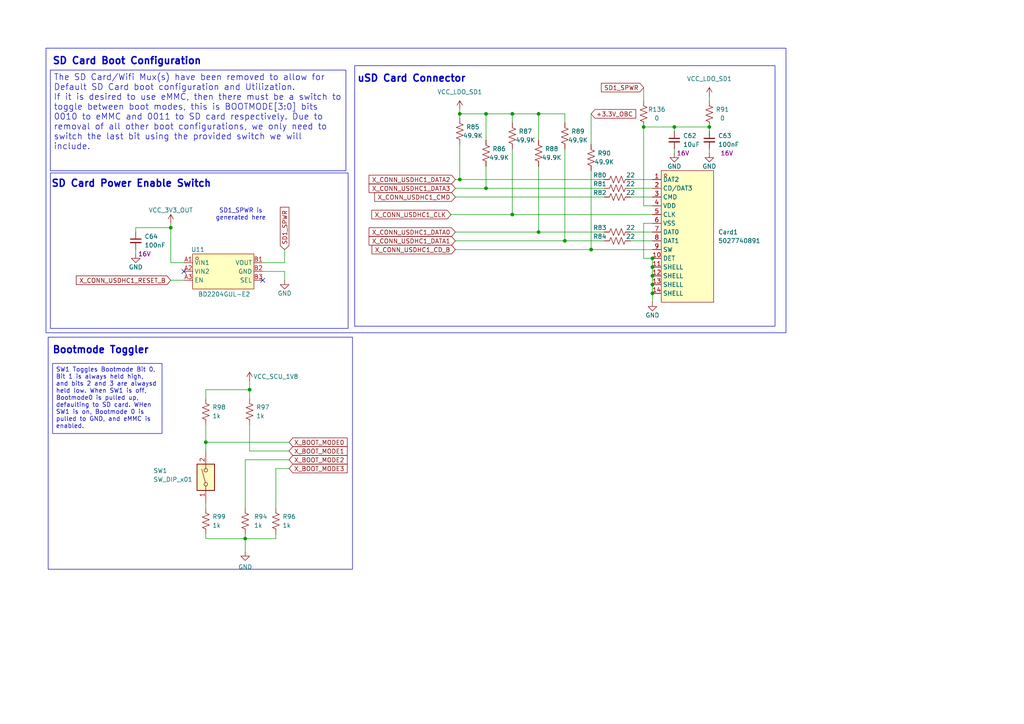
<source format=kicad_sch>
(kicad_sch (version 20250114) (generator "eeschema") (generator_version "9.0")
  (paper "A4")
  (lib_symbols
    (symbol "Device:C_Small" (pin_numbers (hide yes)) (pin_names (offset 0.254) (hide yes))
      (property "Reference" "C" (at 0.254 1.778 0))
      (property "Value" "C_Small" (at 0.254 -2.032 0))
      (symbol "C_Small_0_1"
        (polyline (pts (xy -1.524 0.508) (xy 1.524 0.508)) (stroke (width 0.3048)))
        (polyline (pts (xy -1.524 -0.508) (xy 1.524 -0.508)) (stroke (width 0.3302)))
      )
      (symbol "C_Small_1_1"
        (pin passive line (at 0 2.54 270) (length 2.032) (name "~") (number "1"))
        (pin passive line (at 0 -2.54 90) (length 2.032) (name "~") (number "2"))
      )
    )
    (symbol "Device:R_US" (pin_numbers (hide yes)) (pin_names (offset 0))
      (property "Reference" "R" (at 2.54 0 90))
      (property "Value" "R_US" (at -2.54 0 90))
      (symbol "R_US_0_1"
        (polyline (pts (xy 0 2.286) (xy 0 2.54)))
        (polyline (pts (xy 0 2.286) (xy 1.016 1.905) (xy 0 1.524) (xy -1.016 1.143) (xy 0 0.762)))
        (polyline (pts (xy 0 0.762) (xy 1.016 0.381) (xy 0 0) (xy -1.016 -0.381) (xy 0 -0.762)))
        (polyline (pts (xy 0 -0.762) (xy 1.016 -1.143) (xy 0 -1.524) (xy -1.016 -1.905) (xy 0 -2.286)))
        (polyline (pts (xy 0 -2.286) (xy 0 -2.54)))
      )
      (symbol "R_US_1_1"
        (pin passive line (at 0 3.81 270) (length 1.27) (name "~") (number "1"))
        (pin passive line (at 0 -3.81 90) (length 1.27) (name "~") (number "2"))
      )
    )
    (symbol "Switch:SW_DIP_x01" (pin_names (offset 0) (hide yes))
      (property "Reference" "SW" (at 0 3.81 0))
      (property "Value" "SW_DIP_x01" (at 0 -3.81 0))
      (symbol "SW_DIP_x01_0_0"
        (circle (center -2.032 0) (radius 0.508))
        (polyline (pts (xy -1.524 0.127) (xy 2.3622 1.1684)))
        (circle (center 2.032 0) (radius 0.508))
      )
      (symbol "SW_DIP_x01_0_1"
        (rectangle (start -3.81 2.54) (end 3.81 -2.54) (stroke (width 0.254)) (fill (type background)))
      )
      (symbol "SW_DIP_x01_1_1"
        (pin passive line (at -7.62 0 0) (length 5.08) (name "~") (number "1"))
        (pin passive line (at 7.62 0 180) (length 5.08) (name "~") (number "2"))
      )
    )
    (symbol "imx8_carrier_board_symbol_library:5027740891"
      (property "Reference" "Card" (at 0 21.59 0))
      (property "Value" "5027740891" (at 0 -21.59 0))
      (symbol "5027740891_0_1"
        (rectangle (start -7.62 19.05) (end 7.62 -19.05) (fill (type background)))
        (circle (center -6.35 17.78) (radius 0.38))
        (pin unspecified line (at -10.16 16.51 0) (length 2.54) (name "DAT2") (number "1"))
        (pin unspecified line (at -10.16 13.97 0) (length 2.54) (name "CD/DAT3") (number "2"))
        (pin unspecified line (at -10.16 11.43 0) (length 2.54) (name "CMD") (number "3"))
        (pin unspecified line (at -10.16 8.89 0) (length 2.54) (name "VDD") (number "4"))
        (pin unspecified line (at -10.16 6.35 0) (length 2.54) (name "CLK") (number "5"))
        (pin unspecified line (at -10.16 3.81 0) (length 2.54) (name "VSS") (number "6"))
        (pin unspecified line (at -10.16 1.27 0) (length 2.54) (name "DAT0") (number "7"))
        (pin unspecified line (at -10.16 -1.27 0) (length 2.54) (name "DAT1") (number "8"))
        (pin unspecified line (at -10.16 -3.81 0) (length 2.54) (name "SW") (number "9"))
        (pin unspecified line (at -10.16 -6.35 0) (length 2.54) (name "DET") (number "10"))
        (pin unspecified line (at -10.16 -8.89 0) (length 2.54) (name "SHELL") (number "11"))
        (pin unspecified line (at -10.16 -11.43 0) (length 2.54) (name "SHELL") (number "12"))
        (pin unspecified line (at -10.16 -13.97 0) (length 2.54) (name "SHELL") (number "13"))
        (pin unspecified line (at -10.16 -16.51 0) (length 2.54) (name "SHELL") (number "14"))
      )
    )
    (symbol "imx8_carrier_board_symbol_library:BD2204GUL-E2"
      (property "Reference" "U" (at 0 7.62 0))
      (property "Value" "BD2204GUL-E2" (at 0 -7.62 0))
      (symbol "BD2204GUL-E2_0_1"
        (rectangle (start -8.89 5.08) (end 8.89 -5.08) (fill (type background)))
        (circle (center -7.62 3.81) (radius 0.38))
        (pin unspecified line (at -11.43 2.54 0) (length 2.54) (name "VIN1") (number "A1"))
        (pin unspecified line (at -11.43 0 0) (length 2.54) (name "VIN2") (number "A2"))
        (pin unspecified line (at -11.43 -2.54 0) (length 2.54) (name "EN") (number "A3"))
        (pin unspecified line (at 11.43 2.54 180) (length 2.54) (name "VOUT") (number "B1"))
        (pin unspecified line (at 11.43 0 180) (length 2.54) (name "GND") (number "B2"))
        (pin unspecified line (at 11.43 -2.54 180) (length 2.54) (name "SEL") (number "B3"))
      )
    )
    (symbol "imx8_carrier_board_symbol_library:VCC_3V3_OUT" (power) (pin_numbers (hide yes)) (pin_names (offset 0) (hide yes))
      (property "Value" "VCC_3V3_OUT" (at 0 3.556 0))
      (symbol "VCC_3V3_OUT_0_1"
        (polyline (pts (xy -0.762 1.27) (xy 0 2.54)))
        (polyline (pts (xy 0 2.54) (xy 0.762 1.27)))
        (polyline (pts (xy 0 0) (xy 0 2.54)))
      )
      (symbol "VCC_3V3_OUT_1_1"
        (pin power_in line (at 0 0 90) (length 0) (name "~") (number "1"))
      )
    )
    (symbol "imx8_carrier_board_symbol_library:VCC_LDO_SD1" (power) (pin_numbers (hide yes)) (pin_names (offset 0) (hide yes))
      (property "Value" "VCC_LDO_SD1" (at 0 3.556 0))
      (symbol "VCC_LDO_SD1_0_1"
        (polyline (pts (xy -0.762 1.27) (xy 0 2.54)))
        (polyline (pts (xy 0 2.54) (xy 0.762 1.27)))
        (polyline (pts (xy 0 0) (xy 0 2.54)))
      )
      (symbol "VCC_LDO_SD1_1_1"
        (pin power_in line (at 0 0 90) (length 0) (name "~") (number "1"))
      )
    )
    (symbol "power:GND" (power) (pin_numbers (hide yes)) (pin_names (offset 0) (hide yes))
      (property "Value" "GND" (at 0 -3.81 0))
      (symbol "GND_0_1"
        (polyline (pts (xy 0 0) (xy 0 -1.27) (xy 1.27 -1.27) (xy 0 -2.54) (xy -1.27 -1.27) (xy 0 -1.27)))
      )
      (symbol "GND_1_1"
        (pin power_in line (at 0 0 270) (length 0) (name "~") (number "1"))
      )
    )
    (symbol "power:VCC" (power) (pin_numbers (hide yes)) (pin_names (offset 0) (hide yes))
      (property "Value" "VCC" (at 0 3.556 0))
      (symbol "VCC_0_1"
        (polyline (pts (xy -0.762 1.27) (xy 0 2.54)))
        (polyline (pts (xy 0 2.54) (xy 0.762 1.27)))
        (polyline (pts (xy 0 0) (xy 0 2.54)))
      )
      (symbol "VCC_1_1"
        (pin power_in line (at 0 0 90) (length 0) (name "~") (number "1"))
      )
    )
  )
  (rectangle (start 13.335 13.97) (end 227.965 96.52))
  (rectangle (start 102.87 19.05) (end 224.79 94.615))
  (rectangle (start 13.97 97.79) (end 102.235 165.1))
  (rectangle (start 14.605 50.165) (end 100.965 95.25))
  (text "SD Card Boot Configuration" (at 36.83 17.78 0) (effects (font (size 2.032 2.032) (thickness 0.4064) (bold yes))))
  (text "SD Card Power Enable Switch" (at 38.1 53.34 0) (effects (font (size 2.032 2.032) (thickness 0.4064) (bold yes))))
  (text "uSD Card Connector\n" (at 119.38 22.86 0) (effects (font (size 2.032 2.032) (thickness 0.4064) (bold yes))))
  (text "Bootmode Toggler" (at 29.21 101.6 0) (effects (font (size 2.032 2.032) (thickness 0.4064) (bold yes))))
  (text "SD1_SPWR is\ngenerated here" (at 69.85 62.23 0) (effects (font (size 1.27 1.27))))
  (text_box "The SD Card/Wifi Mux(s) have been removed to allow for Default SD Card boot configuration and Utilization.\nIf it is desired to use eMMC, then there must be a switch to toggle between boot modes, this is BOOTMODE[3:0] bits 0010 to eMMC and 0011 to SD card respectively. Due to removal of all other boot configurations, we only need to switch the last bit using the provided switch we will include." (at 14.605 20.32 0) (size 85.725 29.21) (margins 0.9525 0.9525 0.9525 0.9525) (effects (font (size 1.778 1.778)) (justify left top)))
  (text_box "SW1 Toggles Bootmode Bit 0, Bit 1 is always held high, and bits 2 and 3 are alwaysd held low. When SW1 is off, Bootmode0 is pulled up, defaulting to SD card. WHen SW1 is on, Bootmode 0 is pulled to GND, and eMMC is enabled." (at 15.24 105.41 0) (size 31.75 20.32) (margins 0.9525 0.9525 0.9525 0.9525) (effects (font (size 1.27 1.27)) (justify left top)))
  (junction (at 189.23 77.47))
  (junction (at 148.59 33.02))
  (junction (at 156.21 33.02))
  (junction (at 205.74 36.83))
  (junction (at 59.69 128.27))
  (junction (at 189.23 74.93))
  (junction (at 133.35 52.07))
  (junction (at 148.59 62.23))
  (junction (at 186.69 36.83))
  (junction (at 140.97 33.02))
  (junction (at 163.83 69.85))
  (junction (at 189.23 85.09))
  (junction (at 156.21 67.31))
  (junction (at 140.97 54.61))
  (junction (at 72.39 113.03))
  (junction (at 189.23 80.01))
  (junction (at 195.58 36.83))
  (junction (at 133.35 33.02))
  (junction (at 189.23 82.55))
  (junction (at 171.45 72.39))
  (junction (at 71.12 156.21))
  (junction (at 49.53 66.04))
  (no_connect (at 53.34 78.74))
  (no_connect (at 76.2 81.28))
  (wire (pts (xy 171.45 49.53) (xy 171.45 72.39)))
  (wire (pts (xy 156.21 48.26) (xy 156.21 67.31)))
  (wire (pts (xy 71.12 133.35) (xy 83.82 133.35)))
  (wire (pts (xy 163.83 69.85) (xy 175.26 69.85)))
  (wire (pts (xy 205.74 36.83) (xy 195.58 36.83)))
  (wire (pts (xy 71.12 156.21) (xy 71.12 154.94)))
  (wire (pts (xy 186.69 59.69) (xy 189.23 59.69)))
  (wire (pts (xy 163.83 33.02) (xy 156.21 33.02)))
  (wire (pts (xy 148.59 35.56) (xy 148.59 33.02)))
  (wire (pts (xy 82.55 76.2) (xy 82.55 72.39)))
  (wire (pts (xy 163.83 43.18) (xy 163.83 69.85)))
  (wire (pts (xy 59.69 115.57) (xy 59.69 113.03)))
  (wire (pts (xy 72.39 130.81) (xy 83.82 130.81)))
  (wire (pts (xy 189.23 82.55) (xy 189.23 85.09)))
  (wire (pts (xy 186.69 25.4) (xy 186.69 29.21)))
  (wire (pts (xy 189.23 85.09) (xy 189.23 87.63)))
  (wire (pts (xy 59.69 128.27) (xy 83.82 128.27)))
  (wire (pts (xy 156.21 40.64) (xy 156.21 33.02)))
  (wire (pts (xy 189.23 80.01) (xy 189.23 82.55)))
  (wire (pts (xy 186.69 36.83) (xy 186.69 59.69)))
  (wire (pts (xy 148.59 62.23) (xy 189.23 62.23)))
  (wire (pts (xy 53.34 76.2) (xy 49.53 76.2)))
  (wire (pts (xy 132.08 67.31) (xy 156.21 67.31)))
  (wire (pts (xy 182.88 54.61) (xy 189.23 54.61)))
  (wire (pts (xy 186.69 64.77) (xy 186.69 74.93)))
  (wire (pts (xy 140.97 48.26) (xy 140.97 54.61)))
  (wire (pts (xy 132.08 52.07) (xy 133.35 52.07)))
  (wire (pts (xy 130.81 62.23) (xy 148.59 62.23)))
  (wire (pts (xy 186.69 74.93) (xy 189.23 74.93)))
  (wire (pts (xy 195.58 38.1) (xy 195.58 36.83)))
  (wire (pts (xy 39.37 67.31) (xy 39.37 66.04)))
  (wire (pts (xy 82.55 78.74) (xy 82.55 81.28)))
  (wire (pts (xy 80.01 135.89) (xy 80.01 147.32)))
  (wire (pts (xy 76.2 76.2) (xy 82.55 76.2)))
  (wire (pts (xy 156.21 67.31) (xy 175.26 67.31)))
  (wire (pts (xy 156.21 33.02) (xy 148.59 33.02)))
  (wire (pts (xy 182.88 67.31) (xy 189.23 67.31)))
  (wire (pts (xy 140.97 40.64) (xy 140.97 33.02)))
  (wire (pts (xy 205.74 29.21) (xy 205.74 27.94)))
  (wire (pts (xy 49.53 64.77) (xy 49.53 66.04)))
  (wire (pts (xy 133.35 52.07) (xy 175.26 52.07)))
  (wire (pts (xy 195.58 36.83) (xy 186.69 36.83)))
  (wire (pts (xy 182.88 69.85) (xy 189.23 69.85)))
  (wire (pts (xy 39.37 66.04) (xy 49.53 66.04)))
  (wire (pts (xy 182.88 57.15) (xy 189.23 57.15)))
  (wire (pts (xy 72.39 110.49) (xy 72.39 113.03)))
  (wire (pts (xy 59.69 156.21) (xy 59.69 154.94)))
  (wire (pts (xy 189.23 74.93) (xy 189.23 77.47)))
  (wire (pts (xy 205.74 43.18) (xy 205.74 44.45)))
  (wire (pts (xy 49.53 76.2) (xy 49.53 66.04)))
  (wire (pts (xy 72.39 123.19) (xy 72.39 130.81)))
  (wire (pts (xy 133.35 33.02) (xy 140.97 33.02)))
  (wire (pts (xy 39.37 72.39) (xy 39.37 73.66)))
  (wire (pts (xy 133.35 31.75) (xy 133.35 33.02)))
  (wire (pts (xy 76.2 78.74) (xy 82.55 78.74)))
  (wire (pts (xy 71.12 156.21) (xy 80.01 156.21)))
  (wire (pts (xy 132.08 69.85) (xy 163.83 69.85)))
  (wire (pts (xy 140.97 54.61) (xy 175.26 54.61)))
  (wire (pts (xy 132.08 57.15) (xy 175.26 57.15)))
  (wire (pts (xy 171.45 33.02) (xy 171.45 41.91)))
  (wire (pts (xy 205.74 38.1) (xy 205.74 36.83)))
  (wire (pts (xy 72.39 113.03) (xy 72.39 115.57)))
  (wire (pts (xy 189.23 64.77) (xy 186.69 64.77)))
  (wire (pts (xy 49.53 81.28) (xy 53.34 81.28)))
  (wire (pts (xy 132.08 54.61) (xy 140.97 54.61)))
  (wire (pts (xy 189.23 77.47) (xy 189.23 80.01)))
  (wire (pts (xy 148.59 33.02) (xy 140.97 33.02)))
  (wire (pts (xy 148.59 43.18) (xy 148.59 62.23)))
  (wire (pts (xy 132.08 72.39) (xy 171.45 72.39)))
  (wire (pts (xy 71.12 133.35) (xy 71.12 147.32)))
  (wire (pts (xy 80.01 156.21) (xy 80.01 154.94)))
  (wire (pts (xy 133.35 41.91) (xy 133.35 52.07)))
  (wire (pts (xy 59.69 113.03) (xy 72.39 113.03)))
  (wire (pts (xy 59.69 146.05) (xy 59.69 147.32)))
  (wire (pts (xy 59.69 128.27) (xy 59.69 123.19)))
  (wire (pts (xy 80.01 135.89) (xy 83.82 135.89)))
  (wire (pts (xy 195.58 43.18) (xy 195.58 44.45)))
  (wire (pts (xy 59.69 156.21) (xy 71.12 156.21)))
  (wire (pts (xy 163.83 35.56) (xy 163.83 33.02)))
  (wire (pts (xy 133.35 33.02) (xy 133.35 34.29)))
  (wire (pts (xy 71.12 160.02) (xy 71.12 156.21)))
  (wire (pts (xy 182.88 52.07) (xy 189.23 52.07)))
  (wire (pts (xy 59.69 130.81) (xy 59.69 128.27)))
  (wire (pts (xy 171.45 72.39) (xy 189.23 72.39)))
  (global_label "+3.3V_OBC" (shape input) (at 171.45 33.02 0) (property "Intersheetrefs" "${INTERSHEET_REFS}" (effects (hide yes))))
  (global_label "X_CONN_USDHC1_DATA2" (shape input) (at 132.08 52.07 180) (property "Intersheetrefs" "${INTERSHEET_REFS}" (effects (hide yes))))
  (global_label "X_CONN_USDHC1_DATA3" (shape input) (at 132.08 54.61 180) (property "Intersheetrefs" "${INTERSHEET_REFS}" (effects (hide yes))))
  (global_label "X_CONN_USDHC1_DATA1" (shape input) (at 132.08 69.85 180) (property "Intersheetrefs" "${INTERSHEET_REFS}" (effects (hide yes))))
  (global_label "X_CONN_USDHC1_RESET_B" (shape input) (at 49.53 81.28 180) (effects (font (thickness 0.1588))) (property "Intersheetrefs" "${INTERSHEET_REFS}" (effects (hide yes))))
  (global_label "X_CONN_USDHC1_CD_B" (shape input) (at 132.08 72.39 180) (effects (font (thickness 0.1588))) (property "Intersheetrefs" "${INTERSHEET_REFS}" (effects (hide yes))))
  (global_label "X_CONN_USDHC1_CMD" (shape input) (at 132.08 57.15 180) (property "Intersheetrefs" "${INTERSHEET_REFS}" (effects (hide yes))))
  (global_label "X_BOOT_MODE2" (shape input) (at 83.82 133.35 0) (property "Intersheetrefs" "${INTERSHEET_REFS}" (effects (hide yes))))
  (global_label "X_BOOT_MODE0" (shape input) (at 83.82 128.27 0) (property "Intersheetrefs" "${INTERSHEET_REFS}" (effects (hide yes))))
  (global_label "SD1_SPWR" (shape input) (at 82.55 72.39 90) (property "Intersheetrefs" "${INTERSHEET_REFS}" (effects (hide yes))))
  (global_label "SD1_SPWR" (shape input) (at 186.69 25.4 180) (property "Intersheetrefs" "${INTERSHEET_REFS}" (effects (hide yes))))
  (global_label "X_CONN_USDHC1_DATA0" (shape input) (at 132.08 67.31 180) (property "Intersheetrefs" "${INTERSHEET_REFS}" (effects (hide yes))))
  (global_label "X_BOOT_MODE1" (shape input) (at 83.82 130.81 0) (property "Intersheetrefs" "${INTERSHEET_REFS}" (effects (hide yes))))
  (global_label "X_BOOT_MODE3" (shape input) (at 83.82 135.89 0) (property "Intersheetrefs" "${INTERSHEET_REFS}" (effects (hide yes))))
  (global_label "X_CONN_USDHC1_CLK" (shape input) (at 130.81 62.23 180) (property "Intersheetrefs" "${INTERSHEET_REFS}" (effects (hide yes))))
  (symbol (lib_id "power:GND") (at 82.55 81.28 0) (unit 1)
    (property "Reference" "#PWR118" (effects (hide yes)))
    (property "Value" "GND" (at 82.55 85.09 0))
    (property "Description" "Power symbol creates a global label with name \"GND\" , ground" (effects (hide yes)))
  )
  (symbol (lib_id "Device:R_US") (at 72.39 119.38 0) (unit 1)
    (property "Reference" "R97" (at 74.295 118.1099 0) (effects (justify left)))
    (property "Value" "1k" (at 74.295 120.6499 0) (effects (justify left)))
    (property "Footprint" "Resistor_SMD:R_0402_1005Metric" (effects (hide yes)))
    (property "Description" "Resistor, US symbol" (effects (hide yes)))
  )
  (symbol (lib_id "imx8_carrier_board_symbol_library:5027740891") (at 199.39 68.58 0) (unit 1)
    (property "Reference" "Card1" (at 208.28 67.3099 0) (effects (justify left)))
    (property "Value" "5027740891" (at 208.28 69.8499 0) (effects (justify left)))
    (property "Footprint" "imx8_carrier_board_footprints:TF-SMD_5027740891" (effects (hide yes)))
    (property "Datasheet" "https://lcsc.com/product-detail/SD-Card-Memory-Card-Connector_MOLEX-5027740891_C330255.html?s_z=n_TF-SMD_5027740891" (effects (hide yes)))
    (property "LCSC Part" "C330255" (effects (hide yes)))
  )
  (symbol (lib_id "Device:C_Small") (at 39.37 69.85 0) (unit 1)
    (property "Reference" "C64" (at 41.91 68.5863 0) (effects (justify left)))
    (property "Value" "100nF" (at 41.91 71.1263 0) (effects (justify left)))
    (property "Footprint" "Capacitor_SMD:C_0603_1608Metric" (effects (hide yes)))
    (property "Description" "Unpolarized capacitor, small symbol" (effects (hide yes)))
    (property "Voltage" "16V" (at 41.91 73.66 0))
  )
  (symbol (lib_id "power:GND") (at 39.37 73.66 0) (unit 1)
    (property "Reference" "#PWR116" (effects (hide yes)))
    (property "Value" "GND" (at 39.37 77.47 0))
    (property "Description" "Power symbol creates a global label with name \"GND\" , ground" (effects (hide yes)))
  )
  (symbol (lib_id "Device:R_US") (at 71.12 151.13 0) (unit 1)
    (property "Reference" "R94" (at 73.66 149.8599 0) (effects (justify left)))
    (property "Value" "1k" (at 73.66 152.3999 0) (effects (justify left)))
    (property "Footprint" "Resistor_SMD:R_0402_1005Metric" (effects (hide yes)))
    (property "Description" "Resistor, US symbol" (effects (hide yes)))
  )
  (symbol (lib_id "Device:R_US") (at 80.01 151.13 0) (unit 1)
    (property "Reference" "R96" (at 81.915 149.8599 0) (effects (justify left)))
    (property "Value" "1k" (at 81.915 152.3999 0) (effects (justify left)))
    (property "Footprint" "Resistor_SMD:R_0402_1005Metric" (effects (hide yes)))
    (property "Description" "Resistor, US symbol" (effects (hide yes)))
  )
  (symbol (lib_id "power:VCC") (at 72.39 110.49 0) (unit 1)
    (property "Reference" "#PWR147" (effects (hide yes)))
    (property "Value" "VCC_SCU_1V8" (at 80.01 109.22 0))
    (property "Description" "Power symbol creates a global label with name \"VCC\"" (effects (hide yes)))
  )
  (symbol (lib_id "imx8_carrier_board_symbol_library:VCC_3V3_OUT") (at 49.53 64.77 0) (unit 1)
    (property "Reference" "#PWR094" (effects (hide yes)))
    (property "Value" "VCC_3V3_OUT" (at 49.53 60.96 0))
    (property "Description" "Power symbol creates a global label with name \"VCC\"" (effects (hide yes)))
  )
  (symbol (lib_id "Device:R_US") (at 156.21 44.45 0) (unit 1)
    (property "Reference" "R88" (at 160.02 43.18 0))
    (property "Value" "49.9K" (at 160.02 45.72 0))
    (property "Footprint" "Resistor_SMD:R_0402_1005Metric" (effects (hide yes)))
    (property "Description" "Resistor, US symbol" (effects (hide yes)))
  )
  (symbol (lib_id "power:GND") (at 189.23 87.63 0) (unit 1)
    (property "Reference" "#PWR130" (effects (hide yes)))
    (property "Value" "GND" (at 189.23 91.44 0))
    (property "Description" "Power symbol creates a global label with name \"GND\" , ground" (effects (hide yes)))
  )
  (symbol (lib_id "Device:R_US") (at 179.07 52.07 270) (unit 1)
    (property "Reference" "R80" (at 173.99 50.8 90))
    (property "Value" "22" (at 182.88 50.8 90))
    (property "Footprint" "Resistor_SMD:R_0402_1005Metric" (effects (hide yes)))
    (property "Description" "Resistor, US symbol" (effects (hide yes)))
  )
  (symbol (lib_id "Switch:SW_DIP_x01") (at 59.69 138.43 90) (unit 1)
    (property "Reference" "SW1" (at 44.45 136.525 90) (effects (justify right)))
    (property "Value" "SW_DIP_x01" (at 44.45 139.065 90) (effects (justify right)))
    (property "Footprint" "imx8_carrier_board_footprints:SW-SMD_1.27-1P-TPPT" (effects (hide yes)))
    (property "Description" "1x DIP Switch, Single Pole Single Throw (SPST) switch, small symbol" (effects (hide yes)))
    (property "LCSC Part" "C7471372" (effects (hide yes)))
  )
  (symbol (lib_id "Device:R_US") (at 163.83 39.37 0) (unit 1)
    (property "Reference" "R89" (at 167.64 38.1 0))
    (property "Value" "49.9K" (at 167.64 40.64 0))
    (property "Footprint" "Resistor_SMD:R_0402_1005Metric" (effects (hide yes)))
    (property "Description" "Resistor, US symbol" (effects (hide yes)))
  )
  (symbol (lib_id "Device:C_Small") (at 205.74 40.64 0) (unit 1)
    (property "Reference" "C63" (at 208.28 39.3763 0) (effects (justify left)))
    (property "Value" "100nF" (at 208.28 41.9163 0) (effects (justify left)))
    (property "Footprint" "Capacitor_SMD:C_0603_1608Metric" (effects (hide yes)))
    (property "Description" "Unpolarized capacitor, small symbol" (effects (hide yes)))
    (property "Voltage" "16V" (at 210.82 44.45 0))
  )
  (symbol (lib_id "Device:R_US") (at 179.07 57.15 270) (unit 1)
    (property "Reference" "R82" (at 173.99 55.88 90))
    (property "Value" "22" (at 182.88 55.88 90))
    (property "Footprint" "Resistor_SMD:R_0402_1005Metric" (effects (hide yes)))
    (property "Description" "Resistor, US symbol" (effects (hide yes)))
  )
  (symbol (lib_id "Device:R_US") (at 179.07 67.31 270) (unit 1)
    (property "Reference" "R83" (at 173.99 66.04 90))
    (property "Value" "22" (at 182.88 66.04 90))
    (property "Footprint" "Resistor_SMD:R_0402_1005Metric" (effects (hide yes)))
    (property "Description" "Resistor, US symbol" (effects (hide yes)))
  )
  (symbol (lib_id "power:GND") (at 71.12 160.02 0) (unit 1)
    (property "Reference" "#PWR97" (effects (hide yes)))
    (property "Value" "GND" (at 71.12 164.465 0))
    (property "Description" "Power symbol creates a global label with name \"GND\" , ground" (effects (hide yes)))
  )
  (symbol (lib_id "power:GND") (at 205.74 44.45 0) (unit 1)
    (property "Reference" "#PWR112" (effects (hide yes)))
    (property "Value" "GND" (at 205.74 48.26 0))
    (property "Description" "Power symbol creates a global label with name \"GND\" , ground" (effects (hide yes)))
  )
  (symbol (lib_id "power:GND") (at 195.58 44.45 0) (unit 1)
    (property "Reference" "#PWR111" (effects (hide yes)))
    (property "Value" "GND" (at 195.58 48.26 0))
    (property "Description" "Power symbol creates a global label with name \"GND\" , ground" (effects (hide yes)))
  )
  (symbol (lib_id "Device:C_Small") (at 195.58 40.64 0) (unit 1)
    (property "Reference" "C62" (at 198.12 39.3763 0) (effects (justify left)))
    (property "Value" "10uF" (at 198.12 41.9163 0) (effects (justify left)))
    (property "Footprint" "Capacitor_SMD:C_0603_1608Metric" (effects (hide yes)))
    (property "Description" "Unpolarized capacitor, small symbol" (effects (hide yes)))
    (property "Voltage" "16V" (at 198.12 44.45 0))
  )
  (symbol (lib_id "Device:R_US") (at 171.45 45.72 0) (unit 1)
    (property "Reference" "R90" (at 175.26 44.45 0))
    (property "Value" "49.9K" (at 175.26 46.99 0))
    (property "Footprint" "Resistor_SMD:R_0402_1005Metric" (effects (hide yes)))
    (property "Description" "Resistor, US symbol" (effects (hide yes)))
  )
  (symbol (lib_id "Device:R_US") (at 148.59 39.37 0) (unit 1)
    (property "Reference" "R87" (at 152.4 38.1 0))
    (property "Value" "49.9K" (at 152.4 40.64 0))
    (property "Footprint" "Resistor_SMD:R_0402_1005Metric" (effects (hide yes)))
    (property "Description" "Resistor, US symbol" (effects (hide yes)))
  )
  (symbol (lib_id "Device:R_US") (at 179.07 69.85 270) (unit 1)
    (property "Reference" "R84" (at 173.99 68.58 90))
    (property "Value" "22" (at 182.88 68.58 90))
    (property "Footprint" "Resistor_SMD:R_0402_1005Metric" (effects (hide yes)))
    (property "Description" "Resistor, US symbol" (effects (hide yes)))
  )
  (symbol (lib_id "Device:R_US") (at 205.74 33.02 0) (unit 1)
    (property "Reference" "R91" (at 209.55 31.75 0))
    (property "Value" "0" (at 209.55 34.29 0))
    (property "Footprint" "Resistor_SMD:R_0402_1005Metric" (effects (hide yes)))
    (property "Description" "Resistor, US symbol" (effects (hide yes)))
  )
  (symbol (lib_id "imx8_carrier_board_symbol_library:BD2204GUL-E2") (at 64.77 78.74 0) (unit 1)
    (property "Reference" "U11" (at 57.404 72.39 0))
    (property "Value" "BD2204GUL-E2" (at 65.024 85.344 0))
    (property "Footprint" "imx8_carrier_board_footprints:BGA-6_L1.5-W1.0-P0.50_BD2204GUL-E2" (effects (hide yes)))
    (property "Datasheet" "https://lcsc.com/product-detail/Power-Distribution-Switches_ROHM-Semicon-BD2204GUL-E2_C314699.html?s_z=n_BD2204GUL-E2" (effects (hide yes)))
    (property "LCSC Part" "C314699" (effects (hide yes)))
  )
  (symbol (lib_id "Device:R_US") (at 179.07 54.61 270) (unit 1)
    (property "Reference" "R81" (at 173.99 53.34 90))
    (property "Value" "22" (at 182.88 53.34 90))
    (property "Footprint" "Resistor_SMD:R_0402_1005Metric" (effects (hide yes)))
    (property "Description" "Resistor, US symbol" (effects (hide yes)))
  )
  (symbol (lib_id "Device:R_US") (at 186.69 33.02 0) (unit 1)
    (property "Reference" "R136" (at 190.5 31.75 0))
    (property "Value" "0" (at 190.5 34.29 0))
    (property "Footprint" "Resistor_SMD:R_0402_1005Metric" (effects (hide yes)))
    (property "Description" "Resistor, US symbol" (effects (hide yes)))
  )
  (symbol (lib_id "imx8_carrier_board_symbol_library:VCC_LDO_SD1") (at 133.35 31.75 0) (unit 1)
    (property "Reference" "#PWR0107" (effects (hide yes)))
    (property "Value" "VCC_LDO_SD1" (at 133.35 26.67 0))
    (property "Description" "Power symbol creates a global label with name \"VCC\"" (effects (hide yes)))
  )
  (symbol (lib_id "Device:R_US") (at 59.69 119.38 0) (unit 1)
    (property "Reference" "R98" (at 61.595 118.1099 0) (effects (justify left)))
    (property "Value" "1k" (at 61.595 120.6499 0) (effects (justify left)))
    (property "Footprint" "Resistor_SMD:R_0402_1005Metric" (effects (hide yes)))
    (property "Description" "Resistor, US symbol" (effects (hide yes)))
  )
  (symbol (lib_id "imx8_carrier_board_symbol_library:VCC_LDO_SD1") (at 205.74 27.94 0) (unit 1)
    (property "Reference" "#PWR0115" (effects (hide yes)))
    (property "Value" "VCC_LDO_SD1" (at 205.74 22.86 0))
    (property "Description" "Power symbol creates a global label with name \"VCC\"" (effects (hide yes)))
  )
  (symbol (lib_id "Device:R_US") (at 59.69 151.13 0) (unit 1)
    (property "Reference" "R99" (at 61.595 149.8599 0) (effects (justify left)))
    (property "Value" "1k" (at 61.595 152.3999 0) (effects (justify left)))
    (property "Footprint" "Resistor_SMD:R_0402_1005Metric" (effects (hide yes)))
    (property "Description" "Resistor, US symbol" (effects (hide yes)))
  )
  (symbol (lib_id "Device:R_US") (at 133.35 38.1 0) (unit 1)
    (property "Reference" "R85" (at 137.16 36.83 0))
    (property "Value" "49.9K" (at 137.16 39.37 0))
    (property "Footprint" "Resistor_SMD:R_0402_1005Metric" (effects (hide yes)))
    (property "Description" "Resistor, US symbol" (effects (hide yes)))
  )
  (symbol (lib_id "Device:R_US") (at 140.97 44.45 0) (unit 1)
    (property "Reference" "R86" (at 144.78 43.18 0))
    (property "Value" "49.9K" (at 144.78 45.72 0))
    (property "Footprint" "Resistor_SMD:R_0402_1005Metric" (effects (hide yes)))
    (property "Description" "Resistor, US symbol" (effects (hide yes)))
  )
)
</source>
